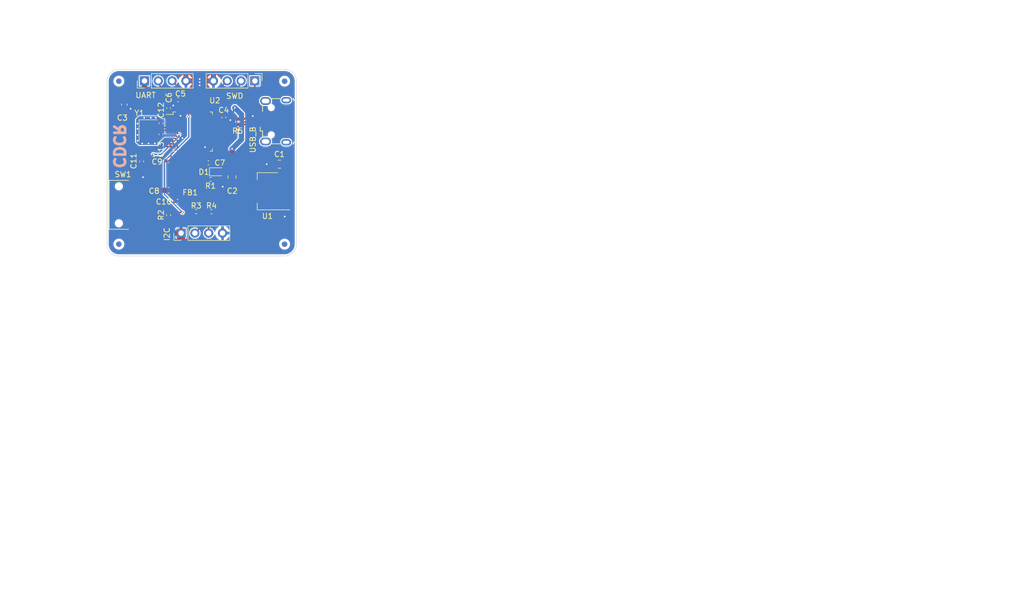
<source format=kicad_pcb>
(kicad_pcb (version 20211014) (generator pcbnew)
  (title_block (title "STM32F1C8T6 MCU"))
  (layers (0 "F.Cu" signal) (31 "B.Cu" power) (34 "B.Paste" user) (35 "F.Paste" user) (36 "B.SilkS" user "B.Silkscreen") (37 "F.SilkS" user "F.Silkscreen") (38 "B.Mask" user) (39 "F.Mask" user) (44 "Edge.Cuts" user))
  (net 0 "")
  (net 1 "VBUS")
  (net 2 "GND")
  (net 3 "+3V3")
  (net 4 "+3.3VA")
  (net 5 "/NRST")
  (net 6 "/HSE_IN")
  (net 7 "/HSE_OUT")
  (net 8 "Net-(D1-Pad1)")
  (net 9 "/I2C2_SCL")
  (net 10 "/I2C2_SDA")
  (net 11 "/SWDIO")
  (net 12 "/SWCLK")
  (net 13 "/USB_D-")
  (net 14 "/USB_D+")
  (net 16 "/SW_BOOT0")
  (net 17 "/BOOT0")
  (net 45 "/USART1_RX")
  (net 46 "/USART1_TX")
  (footprint "Capacitor_SMD:C_0402_1005Metric" (layer "F.Cu") (at 54.310728 55.439767 180)
    (fp_text reference "C9" (at 2.0932 -0.2138) (layer "F.SilkS") (effects (font (thickness 0.1524))))
    (fp_text value "1u")
    (pad "1" smd roundrect locked (at -0.48 0 180) (size 0.56 0.62) (layers "F.Cu" "F.Paste" "F.Mask") (net 4 "+3.3VA"))
    (pad "2" smd roundrect locked (at 0.48 0 180) (size 0.56 0.62) (layers "F.Cu" "F.Paste" "F.Mask") (net 2 "GND"))
  )
  (footprint "Capacitor_SMD:C_0402_1005Metric" (layer "F.Cu") (at 61.676728 55.846167 180)
    (fp_text reference "C7" (at -2.0854 0) (layer "F.SilkS") (effects (font (thickness 0.1524))))
    (fp_text value "100n")
    (pad "1" smd roundrect locked (at -0.48 0 180) (size 0.56 0.62) (layers "F.Cu" "F.Paste" "F.Mask") (net 3 "+3V3"))
    (pad "2" smd roundrect locked (at 0.48 0 180) (size 0.56 0.62) (layers "F.Cu" "F.Paste" "F.Mask") (net 2 "GND"))
  )
  (footprint "Capacitor_SMD:C_0805_2012Metric" (layer "F.Cu") (at 66.022728 58.447167 -90)
    (fp_text reference "C2" (at 2.5806 -0.0254) (layer "F.SilkS") (effects (font (thickness 0.1524))))
    (fp_text value "22u")
    (pad "1" smd roundrect locked (at -0.95 0 270) (size 1 1.45) (layers "F.Cu" "F.Paste" "F.Mask") (net 3 "+3V3"))
    (pad "2" smd roundrect locked (at 0.95 0 270) (size 1 1.45) (layers "F.Cu" "F.Paste" "F.Mask") (net 2 "GND"))
  )
  (footprint "Resistor_SMD:R_0402_1005Metric" (layer "F.Cu") (at 62.214728 64.837767 180)
    (fp_text reference "R4" (at -0.019994 1.110006) (layer "F.SilkS") (effects (font (thickness 0.1524))))
    (fp_text value "1k5")
    (pad "1" smd roundrect locked (at -0.51 0 180) (size 0.54 0.64) (layers "F.Cu" "F.Paste" "F.Mask") (net 3 "+3V3"))
    (pad "2" smd roundrect locked (at 0.51 0 180) (size 0.54 0.64) (layers "F.Cu" "F.Paste" "F.Mask") (net 10 "/I2C2_SDA"))
  )
  (footprint "CustomChristian:Fiducial_1mm_Mask2mm" (layer "F.Cu") (at 45.194728 40.834767)
    (fp_text reference "FID1" hide)
    (fp_text value "Fiducial" hide)
    (pad "" smd circle (at 0 0) (size 1 1) (layers "F.Cu" "F.Mask") (clearance 0.5))
    (pad "" smd circle (at 0 0) (size 1 1) (layers *.Mask "B.Cu") (clearance 0.5))
  )
  (footprint "Capacitor_SMD:C_0603_1608Metric" (layer "F.Cu") (at 54.351728 60.900767 180)
    (fp_text reference "C8" (at 2.68 -0.127) (layer "F.SilkS") (effects (font (thickness 0.1524))))
    (fp_text value "10n")
    (pad "1" smd roundrect locked (at -0.775 0 180) (size 0.9 0.95) (layers "F.Cu" "F.Paste" "F.Mask") (net 4 "+3.3VA"))
    (pad "2" smd roundrect locked (at 0.775 0 180) (size 0.9 0.95) (layers "F.Cu" "F.Paste" "F.Mask") (net 2 "GND"))
  )
  (footprint "Capacitor_SMD:C_0402_1005Metric" (layer "F.Cu") (at 55.989728 62.932767 180)
    (fp_text reference "C10" (at 2.54 -0.0762) (layer "F.SilkS") (effects (font (thickness 0.1524))))
    (fp_text value "1u")
    (pad "1" smd roundrect locked (at -0.48 0 180) (size 0.56 0.62) (layers "F.Cu" "F.Paste" "F.Mask") (net 3 "+3V3"))
    (pad "2" smd roundrect locked (at 0.48 0 180) (size 0.56 0.62) (layers "F.Cu" "F.Paste" "F.Mask") (net 2 "GND"))
  )
  (footprint "Crystal:Crystal_SMD_3225-4Pin_3.2x2.5mm" (layer "F.Cu") (at 50.567728 49.935767 -90)
    (fp_text reference "Y1" (at -3.250008 1.603996 -180) (layer "F.SilkS") (effects (font (thickness 0.1524))))
    (fp_text value "16MHz")
    (pad "1" smd rect locked (at -1.1 0.85 270) (size 1.4 1.2) (layers "F.Cu" "F.Paste" "F.Mask") (net 6 "/HSE_IN"))
    (pad "2" smd rect locked (at 1.1 0.85 270) (size 1.4 1.2) (layers "F.Cu" "F.Paste" "F.Mask") (net 2 "GND"))
    (pad "3" smd rect locked (at 1.1 -0.85 270) (size 1.4 1.2) (layers "F.Cu" "F.Paste" "F.Mask") (net 7 "/HSE_OUT"))
    (pad "4" smd rect locked (at -1.1 -0.85 270) (size 1.4 1.2) (layers "F.Cu" "F.Paste" "F.Mask") (net 2 "GND"))
  )
  (footprint "Capacitor_SMD:C_0402_1005Metric" (layer "F.Cu") (at 52.941728 50.613767 -90)
    (fp_text reference "C13" (at 2.794 0 -90) (layer "F.SilkS") (effects (font (thickness 0.1524))))
    (fp_text value "10p")
    (pad "1" smd roundrect locked (at -0.48 0 270) (size 0.56 0.62) (layers "F.Cu" "F.Paste" "F.Mask") (net 7 "/HSE_OUT"))
    (pad "2" smd roundrect locked (at 0.48 0 270) (size 0.56 0.62) (layers "F.Cu" "F.Paste" "F.Mask") (net 2 "GND"))
  )
  (footprint "Connector_PinHeader_2.54mm:PinHeader_1x04_P2.54mm_Vertical" (layer "F.Cu") (at 56.634728 68.774767 90)
    (fp_text reference "J2" hide)
    (fp_text value "Conn_01x04_Male" hide)
    (fp_text user "I2C" (at -0.2032 -2.6008 90 unlocked) (layer "F.SilkS") (effects (font (size 1.016 1.016) (thickness 0.1524))))
    (pad "1" thru_hole rect locked (at 0 0 90) (size 1.7 1.7) (drill 1) (layers *.Cu *.Mask) (net 3 "+3V3"))
    (pad "2" thru_hole oval locked (at 0 2.54 90) (size 1.7 1.7) (drill 1) (layers *.Cu *.Mask) (net 9 "/I2C2_SCL"))
    (pad "3" thru_hole oval locked (at 0 5.08 90) (size 1.7 1.7) (drill 1) (layers *.Cu *.Mask) (net 10 "/I2C2_SDA"))
    (pad "4" thru_hole oval locked (at 0 7.62 90) (size 1.7 1.7) (drill 1) (layers *.Cu *.Mask) (net 2 "GND"))
  )
  (footprint "CustomChristian:SW_JS102011SAQN" (layer "F.Cu") (at 45.194728 63.567767 -90)
    (fp_text reference "SW1" (at -5.588 -0.762 180) (layer "F.SilkS") (effects (font (size 1.000732 1.000732))))
    (fp_text value "SW_SPDT")
    (pad "" np_thru_hole circle (at 3.4 0 270) (size 1 1) (drill 1) (layers *.Cu *.Mask))
    (pad "" np_thru_hole circle (at -3.4 0 270) (size 1 1) (drill 1) (layers *.Cu *.Mask))
    (pad "1" smd rect (at -2.5 -2.75 270) (size 1.2 2.5) (layers "F.Cu" "F.Paste" "F.Mask") (net 2 "GND"))
    (pad "2" smd rect (at 0 -2.75 270) (size 1.2 2.5) (layers "F.Cu" "F.Paste" "F.Mask") (net 16 "/SW_BOOT0"))
    (pad "3" smd rect (at 2.5 -2.75 270) (size 1.2 2.5) (layers "F.Cu" "F.Paste" "F.Mask") (net 3 "+3V3"))
  )
  (footprint "Resistor_SMD:R_0402_1005Metric" (layer "F.Cu") (at 62.053728 58.915767 180)
    (fp_text reference "R1" (at 0.000004 -1.16999) (layer "F.SilkS") (effects (font (thickness 0.1524))))
    (fp_text value "1k5")
    (pad "1" smd roundrect locked (at -0.51 0 180) (size 0.54 0.64) (layers "F.Cu" "F.Paste" "F.Mask") (net 8 "Net-(D1-Pad1)"))
    (pad "2" smd roundrect locked (at 0.51 0 180) (size 0.54 0.64) (layers "F.Cu" "F.Paste" "F.Mask") (net 2 "GND"))
  )
  (footprint "Connector_PinHeader_2.54mm:PinHeader_1x04_P2.54mm_Vertical" (layer "F.Cu") (at 49.903728 40.783967 90)
    (fp_text reference "J1" hide)
    (fp_text value "Conn_01x04_Male" hide)
    (fp_text user "UART" (at -2.6416 0.2186 unlocked) (layer "F.SilkS") (effects (font (size 1.016 1.016) (thickness 0.1524))))
    (pad "1" thru_hole rect locked (at 0 0 90) (size 1.7 1.7) (drill 1) (layers *.Cu *.Mask) (net 3 "+3V3"))
    (pad "2" thru_hole oval locked (at 0 2.54 90) (size 1.7 1.7) (drill 1) (layers *.Cu *.Mask) (net 45 "/USART1_RX"))
    (pad "3" thru_hole oval locked (at 0 5.08 90) (size 1.7 1.7) (drill 1) (layers *.Cu *.Mask) (net 46 "/USART1_TX"))
    (pad "4" thru_hole oval locked (at 0 7.62 90) (size 1.7 1.7) (drill 1) (layers *.Cu *.Mask) (net 2 "GND"))
  )
  (footprint "Connector_PinHeader_2.54mm:PinHeader_1x04_P2.54mm_Vertical" (layer "F.Cu") (at 70.203728 40.783967 -90)
    (fp_text reference "J3" hide)
    (fp_text value "Conn_01x04_Male" hide)
    (fp_text user "SWD" (at 2.7686 3.6984 unlocked) (layer "F.SilkS") (effects (font (size 1.016 1.016) (thickness 0.1524))))
    (pad "1" thru_hole rect locked (at 0 0 270) (size 1.7 1.7) (drill 1) (layers *.Cu *.Mask) (net 3 "+3V3"))
    (pad "2" thru_hole oval locked (at 0 2.54 270) (size 1.7 1.7) (drill 1) (layers *.Cu *.Mask) (net 11 "/SWDIO"))
    (pad "3" thru_hole oval locked (at 0 5.08 270) (size 1.7 1.7) (drill 1) (layers *.Cu *.Mask) (net 12 "/SWCLK"))
    (pad "4" thru_hole oval locked (at 0 7.62 270) (size 1.7 1.7) (drill 1) (layers *.Cu *.Mask) (net 2 "GND"))
  )
  (footprint "Resistor_SMD:R_0402_1005Metric" (layer "F.Cu") (at 67.023728 48.295767 -90)
    (fp_text reference "R5" (at 1.683 -0.015 180) (layer "F.SilkS") (effects (font (thickness 0.1524))))
    (fp_text value "1k5")
    (pad "1" smd roundrect locked (at -0.51 0 270) (size 0.54 0.64) (layers "F.Cu" "F.Paste" "F.Mask") (net 3 "+3V3"))
    (pad "2" smd roundrect locked (at 0.51 0 270) (size 0.54 0.64) (layers "F.Cu" "F.Paste" "F.Mask") (net 14 "/USB_D+"))
  )
  (footprint "Capacitor_SMD:C_0402_1005Metric" (layer "F.Cu") (at 64.498728 47.514967 -90)
    (fp_text reference "C4" (at -1.3462 0.015011 180) (layer "F.SilkS") (effects (font (thickness 0.1524))))
    (fp_text value "100n")
    (pad "1" smd roundrect locked (at -0.48 0 270) (size 0.56 0.62) (layers "F.Cu" "F.Paste" "F.Mask") (net 3 "+3V3"))
    (pad "2" smd roundrect locked (at 0.48 0 270) (size 0.56 0.62) (layers "F.Cu" "F.Paste" "F.Mask") (net 2 "GND"))
  )
  (footprint "CustomChristian:Fiducial_1mm_Mask2mm" (layer "F.Cu") (at 75.674728 70.806767)
    (fp_text reference "FID4" hide)
    (fp_text value "Fiducial" hide)
    (pad "" smd circle (at 0 0) (size 1 1) (layers "F.Cu" "F.Mask") (clearance 0.5))
    (pad "" smd circle (at 0 0) (size 1 1) (layers *.Mask "B.Cu") (clearance 0.5))
  )
  (footprint "Package_QFP:LQFP-48_7x7mm_P0.5mm" (layer "F.Cu") (at 58.783728 50.105767)
    (fp_text reference "U2" (at 4.064 -5.715) (layer "F.SilkS"))
    (fp_text value "STM32F103C8T6")
    (pad "1" smd roundrect locked (at -4.1625 -2.75) (size 1.475 0.3) (layers "F.Cu" "F.Paste" "F.Mask") (net 3 "+3V3"))
    (pad "2" smd roundrect locked (at -4.1625 -2.25) (size 1.475 0.3) (layers "F.Cu" "F.Paste" "F.Mask"))
    (pad "3" smd roundrect locked (at -4.1625 -1.75) (size 1.475 0.3) (layers "F.Cu" "F.Paste" "F.Mask"))
    (pad "4" smd roundrect locked (at -4.1625 -1.25) (size 1.475 0.3) (layers "F.Cu" "F.Paste" "F.Mask"))
    (pad "5" smd roundrect locked (at -4.1625 -0.75) (size 1.475 0.3) (layers "F.Cu" "F.Paste" "F.Mask") (net 6 "/HSE_IN"))
    (pad "6" smd roundrect locked (at -4.1625 -0.25) (size 1.475 0.3) (layers "F.Cu" "F.Paste" "F.Mask") (net 7 "/HSE_OUT"))
    (pad "7" smd roundrect locked (at -4.1625 0.25) (size 1.475 0.3) (layers "F.Cu" "F.Paste" "F.Mask") (net 5 "/NRST"))
    (pad "8" smd roundrect locked (at -4.1625 0.75) (size 1.475 0.3) (layers "F.Cu" "F.Paste" "F.Mask") (net 2 "GND"))
    (pad "9" smd roundrect locked (at -4.1625 1.25) (size 1.475 0.3) (layers "F.Cu" "F.Paste" "F.Mask") (net 4 "+3.3VA"))
    (pad "10" smd roundrect locked (at -4.1625 1.75) (size 1.475 0.3) (layers "F.Cu" "F.Paste" "F.Mask"))
    (pad "11" smd roundrect locked (at -4.1625 2.25) (size 1.475 0.3) (layers "F.Cu" "F.Paste" "F.Mask"))
    (pad "12" smd roundrect locked (at -4.1625 2.75) (size 1.475 0.3) (layers "F.Cu" "F.Paste" "F.Mask"))
    (pad "13" smd roundrect locked (at -2.75 4.1625) (size 0.3 1.475) (layers "F.Cu" "F.Paste" "F.Mask"))
    (pad "14" smd roundrect locked (at -2.25 4.1625) (size 0.3 1.475) (layers "F.Cu" "F.Paste" "F.Mask"))
    (pad "15" smd roundrect locked (at -1.75 4.1625) (size 0.3 1.475) (layers "F.Cu" "F.Paste" "F.Mask"))
    (pad "16" smd roundrect locked (at -1.25 4.1625) (size 0.3 1.475) (layers "F.Cu" "F.Paste" "F.Mask"))
    (pad "17" smd roundrect locked (at -0.75 4.1625) (size 0.3 1.475) (layers "F.Cu" "F.Paste" "F.Mask"))
    (pad "18" smd roundrect locked (at -0.25 4.1625) (size 0.3 1.475) (layers "F.Cu" "F.Paste" "F.Mask"))
    (pad "19" smd roundrect locked (at 0.25 4.1625) (size 0.3 1.475) (layers "F.Cu" "F.Paste" "F.Mask"))
    (pad "20" smd roundrect locked (at 0.75 4.1625) (size 0.3 1.475) (layers "F.Cu" "F.Paste" "F.Mask"))
    (pad "21" smd roundrect locked (at 1.25 4.1625) (size 0.3 1.475) (layers "F.Cu" "F.Paste" "F.Mask") (net 9 "/I2C2_SCL"))
    (pad "22" smd roundrect locked (at 1.75 4.1625) (size 0.3 1.475) (layers "F.Cu" "F.Paste" "F.Mask") (net 10 "/I2C2_SDA"))
    (pad "23" smd roundrect locked (at 2.25 4.1625) (size 0.3 1.475) (layers "F.Cu" "F.Paste" "F.Mask") (net 2 "GND"))
    (pad "24" smd roundrect locked (at 2.75 4.1625) (size 0.3 1.475) (layers "F.Cu" "F.Paste" "F.Mask") (net 3 "+3V3"))
    (pad "25" smd roundrect locked (at 4.1625 2.75) (size 1.475 0.3) (layers "F.Cu" "F.Paste" "F.Mask"))
    (pad "26" smd roundrect locked (at 4.1625 2.25) (size 1.475 0.3) (layers "F.Cu" "F.Paste" "F.Mask"))
    (pad "27" smd roundrect locked (at 4.1625 1.75) (size 1.475 0.3) (layers "F.Cu" "F.Paste" "F.Mask"))
    (pad "28" smd roundrect locked (at 4.1625 1.25) (size 1.475 0.3) (layers "F.Cu" "F.Paste" "F.Mask"))
    (pad "29" smd roundrect locked (at 4.1625 0.75) (size 1.475 0.3) (layers "F.Cu" "F.Paste" "F.Mask"))
    (pad "30" smd roundrect locked (at 4.1625 0.25) (size 1.475 0.3) (layers "F.Cu" "F.Paste" "F.Mask"))
    (pad "31" smd roundrect locked (at 4.1625 -0.25) (size 1.475 0.3) (layers "F.Cu" "F.Paste" "F.Mask"))
    (pad "32" smd roundrect locked (at 4.1625 -0.75) (size 1.475 0.3) (layers "F.Cu" "F.Paste" "F.Mask") (net 13 "/USB_D-"))
    (pad "33" smd roundrect locked (at 4.1625 -1.25) (size 1.475 0.3) (layers "F.Cu" "F.Paste" "F.Mask") (net 14 "/USB_D+"))
    (pad "34" smd roundrect locked (at 4.1625 -1.75) (size 1.475 0.3) (layers "F.Cu" "F.Paste" "F.Mask") (net 11 "/SWDIO"))
    (pad "35" smd roundrect locked (at 4.1625 -2.25) (size 1.475 0.3) (layers "F.Cu" "F.Paste" "F.Mask") (net 2 "GND"))
    (pad "36" smd roundrect locked (at 4.1625 -2.75) (size 1.475 0.3) (layers "F.Cu" "F.Paste" "F.Mask") (net 3 "+3V3"))
    (pad "37" smd roundrect locked (at 2.75 -4.1625) (size 0.3 1.475) (layers "F.Cu" "F.Paste" "F.Mask") (net 12 "/SWCLK"))
    (pad "38" smd roundrect locked (at 2.25 -4.1625) (size 0.3 1.475) (layers "F.Cu" "F.Paste" "F.Mask"))
    (pad "39" smd roundrect locked (at 1.75 -4.1625) (size 0.3 1.475) (layers "F.Cu" "F.Paste" "F.Mask"))
    (pad "40" smd roundrect locked (at 1.25 -4.1625) (size 0.3 1.475) (layers "F.Cu" "F.Paste" "F.Mask"))
    (pad "41" smd roundrect locked (at 0.75 -4.1625) (size 0.3 1.475) (layers "F.Cu" "F.Paste" "F.Mask"))
    (pad "42" smd roundrect locked (at 0.25 -4.1625) (size 0.3 1.475) (layers "F.Cu" "F.Paste" "F.Mask") (net 46 "/USART1_TX"))
    (pad "43" smd roundrect locked (at -0.25 -4.1625) (size 0.3 1.475) (layers "F.Cu" "F.Paste" "F.Mask") (net 45 "/USART1_RX"))
    (pad "44" smd roundrect locked (at -0.75 -4.1625) (size 0.3 1.475) (layers "F.Cu" "F.Paste" "F.Mask") (net 17 "/BOOT0"))
    (pad "45" smd roundrect locked (at -1.25 -4.1625) (size 0.3 1.475) (layers "F.Cu" "F.Paste" "F.Mask"))
    (pad "46" smd roundrect locked (at -1.75 -4.1625) (size 0.3 1.475) (layers "F.Cu" "F.Paste" "F.Mask"))
    (pad "47" smd roundrect locked (at -2.25 -4.1625) (size 0.3 1.475) (layers "F.Cu" "F.Paste" "F.Mask") (net 2 "GND"))
    (pad "48" smd roundrect locked (at -2.75 -4.1625) (size 0.3 1.475) (layers "F.Cu" "F.Paste" "F.Mask") (net 3 "+3V3"))
  )
  (footprint "CustomChristian:Fiducial_1mm_Mask2mm" (layer "F.Cu") (at 45.194728 70.806767)
    (fp_text reference "FID3" hide)
    (fp_text value "Fiducial" hide)
    (pad "" smd circle (at 0 0) (size 1 1) (layers *.Mask "B.Cu") (clearance 0.5))
    (pad "" smd circle (at 0 0) (size 1 1) (layers "F.Cu" "F.Mask") (clearance 0.5))
  )
  (footprint "Package_TO_SOT_SMD:SOT-223-3_TabPin2" (layer "F.Cu") (at 72.550528 61.078567 180)
    (fp_text reference "U1" (at 0.0254 -4.572) (layer "F.SilkS") (effects (font (thickness 0.1524))))
    (fp_text value "AMS1117-3.3 (SOT223)")
    (pad "1" smd rect locked (at -3.15 -2.3 180) (size 2 1.5) (layers "F.Cu" "F.Paste" "F.Mask") (net 2 "GND"))
    (pad "2" smd rect locked (at 3.15 0 180) (size 2 3.8) (layers "F.Cu" "F.Paste" "F.Mask") (net 3 "+3V3"))
    (pad "2" smd rect locked (at -3.15 0 180) (size 2 1.5) (layers "F.Cu" "F.Paste" "F.Mask") (net 3 "+3V3"))
    (pad "3" smd rect locked (at -3.15 2.3 180) (size 2 1.5) (layers "F.Cu" "F.Paste" "F.Mask") (net 1 "VBUS"))
  )
  (footprint "Inductor_SMD:L_0201_0603Metric" (layer "F.Cu") (at 56.497728 61.281767 90)
    (fp_text reference "FB1" (at -0.0254 1.8034 180) (layer "F.SilkS") (effects (font (thickness 0.1524))))
    (fp_text value "120R")
    (pad "1" smd roundrect locked (at -0.32 0 90) (size 0.46 0.4) (layers "F.Cu" "F.Mask") (net 3 "+3V3"))
    (pad "2" smd roundrect locked (at 0.32 0 90) (size 0.46 0.4) (layers "F.Cu" "F.Mask") (net 4 "+3.3VA"))
  )
  (footprint "Resistor_SMD:R_0402_1005Metric" (layer "F.Cu") (at 54.338728 65.472767 90)
    (fp_text reference "R2" (at 0.015596 -1.378407 90) (layer "F.SilkS") (effects (font (thickness 0.1524))))
    (fp_text value "10k")
    (pad "1" smd roundrect locked (at -0.51 0 90) (size 0.54 0.64) (layers "F.Cu" "F.Paste" "F.Mask") (net 16 "/SW_BOOT0"))
    (pad "2" smd roundrect locked (at 0.51 0 90) (size 0.54 0.64) (layers "F.Cu" "F.Paste" "F.Mask") (net 17 "/BOOT0"))
  )
  (footprint "Resistor_SMD:R_0402_1005Metric" (layer "F.Cu") (at 59.420728 64.837767)
    (fp_text reference "R3" (at -0.002 -1.0922) (layer "F.SilkS") (effects (font (thickness 0.1524))))
    (fp_text value "1k5")
    (pad "1" smd roundrect locked (at -0.51 0) (size 0.54 0.64) (layers "F.Cu" "F.Paste" "F.Mask") (net 3 "+3V3"))
    (pad "2" smd roundrect locked (at 0.51 0) (size 0.54 0.64) (layers "F.Cu" "F.Paste" "F.Mask") (net 9 "/I2C2_SCL"))
  )
  (footprint "Capacitor_SMD:C_0603_1608Metric" (layer "F.Cu") (at 46.210728 45.139767 -90)
    (fp_text reference "C3" (at 2.426 0.381 180) (layer "F.SilkS") (effects (font (thickness 0.1524))))
    (fp_text value "10u")
    (pad "1" smd roundrect locked (at -0.775 0 270) (size 0.9 0.95) (layers "F.Cu" "F.Paste" "F.Mask") (net 3 "+3V3"))
    (pad "2" smd roundrect locked (at 0.775 0 270) (size 0.9 0.95) (layers "F.Cu" "F.Paste" "F.Mask") (net 2 "GND"))
  )
  (footprint "Capacitor_SMD:C_0805_2012Metric" (layer "F.Cu") (at 74.724728 56.100167 180)
    (fp_text reference "C1" (at -0.000406 1.831797) (layer "F.SilkS") (effects (font (thickness 0.1524))))
    (fp_text value "22u")
    (pad "1" smd roundrect locked (at -0.95 0 180) (size 1 1.45) (layers "F.Cu" "F.Paste" "F.Mask") (net 1 "VBUS"))
    (pad "2" smd roundrect locked (at 0.95 0 180) (size 1 1.45) (layers "F.Cu" "F.Paste" "F.Mask") (net 2 "GND"))
  )
  (footprint "Capacitor_SMD:C_0402_1005Metric" (layer "F.Cu") (at 49.385728 55.594767 -90)
    (fp_text reference "C11" (at -0.0534 1.4732 90) (layer "F.SilkS") (effects (font (thickness 0.1524))))
    (fp_text value "100n")
    (pad "1" smd roundrect locked (at -0.48 0 270) (size 0.56 0.62) (layers "F.Cu" "F.Paste" "F.Mask") (net 5 "/NRST"))
    (pad "2" smd roundrect locked (at 0.48 0 270) (size 0.56 0.62) (layers "F.Cu" "F.Paste" "F.Mask") (net 2 "GND"))
  )
  (footprint "Connector_USB:USB_Micro-B_Wuerth_629105150521" (layer "F.Cu") (at 74.023728 48.200767 90)
    (fp_text reference "J4" hide)
    (fp_text value "USB_B_Micro" hide)
    (fp_text user "USB_B" (at -3.4036 -4.191 90 unlocked) (layer "F.SilkS") (effects (font (size 1.016 1.016) (thickness 0.1524))))
    (pad "" np_thru_hole oval (at 2.5 -0.8 90) (size 0.8 0.8) (drill 0.8) (layers *.Cu *.Mask))
    (pad "" np_thru_hole oval (at -2.5 -0.8 90) (size 0.8 0.8) (drill 0.8) (layers *.Cu *.Mask))
    (pad "1" smd rect (at -1.3 -1.9 90) (size 0.45 1.3) (layers "F.Cu" "F.Paste" "F.Mask") (net 1 "VBUS"))
    (pad "2" smd rect (at -0.65 -1.9 90) (size 0.45 1.3) (layers "F.Cu" "F.Paste" "F.Mask") (net 13 "/USB_D-"))
    (pad "3" smd rect (at 0 -1.9 90) (size 0.45 1.3) (layers "F.Cu" "F.Paste" "F.Mask") (net 14 "/USB_D+"))
    (pad "4" smd rect (at 0.65 -1.9 90) (size 0.45 1.3) (layers "F.Cu" "F.Paste" "F.Mask"))
    (pad "5" smd rect (at 1.3 -1.9 90) (size 0.45 1.3) (layers "F.Cu" "F.Paste" "F.Mask") (net 2 "GND"))
    (pad "6" thru_hole oval (at 3.725 -1.85 90) (size 1.45 2) (drill oval 0.85 1.4) (layers *.Cu *.Mask))
    (pad "6" thru_hole oval (at -3.875 1.95 90) (size 1.15 1.8) (drill oval 0.55 1.2) (layers *.Cu *.Mask))
    (pad "6" thru_hole oval (at 3.875 1.95 90) (size 1.15 1.8) (drill oval 0.55 1.2) (layers *.Cu *.Mask))
    (pad "6" thru_hole oval (at -3.725 -1.85 90) (size 1.45 2) (drill oval 0.85 1.4) (layers *.Cu *.Mask))
  )
  (footprint "Capacitor_SMD:C_0402_1005Metric" (layer "F.Cu") (at 52.941728 48.581767 90)
    (fp_text reference "C12" (at 2.413 0 270) (layer "F.SilkS") (effects (font (size 1.016 1.016) (thickness 0.1524))))
    (fp_text value "10p")
    (pad "1" smd roundrect locked (at -0.48 0 90) (size 0.56 0.62) (layers "F.Cu" "F.Paste" "F.Mask") (net 6 "/HSE_IN"))
    (pad "2" smd roundrect locked (at 0.48 0 90) (size 0.56 0.62) (layers "F.Cu" "F.Paste" "F.Mask") (net 2 "GND"))
  )
  (footprint "LED_SMD:LED_0603_1608Metric" (layer "F.Cu") (at 63.330328 57.497167)
    (fp_text reference "D1" (at -2.4966 0.0386) (layer "F.SilkS"))
    (fp_text value "RED")
    (pad "1" smd roundrect locked (at -0.7875 0) (size 0.875 0.95) (layers "F.Cu" "F.Paste" "F.Mask") (net 8 "Net-(D1-Pad1)"))
    (pad "2" smd roundrect locked (at 0.7875 0) (size 0.875 0.95) (layers "F.Cu" "F.Paste" "F.Mask") (net 3 "+3V3"))
  )
  (footprint "Capacitor_SMD:C_0402_1005Metric" (layer "F.Cu") (at 56.091328 44.263767)
    (fp_text reference "C5" (at 0.4318 -1.1176) (layer "F.SilkS") (effects (font (thickness 0.1524))))
    (fp_text value "100n")
    (pad "1" smd roundrect locked (at -0.48 0) (size 0.56 0.62) (layers "F.Cu" "F.Paste" "F.Mask") (net 3 "+3V3"))
    (pad "2" smd roundrect locked (at 0.48 0) (size 0.56 0.62) (layers "F.Cu" "F.Paste" "F.Mask") (net 2 "GND"))
  )
  (footprint "Capacitor_SMD:C_0402_1005Metric" (layer "F.Cu") (at 54.338728 45.787767 90)
    (fp_text reference "C6" (at 1.9304 0.0508 270) (layer "F.SilkS") (effects (font (thickness 0.1524))))
    (fp_text value "100n")
    (pad "1" smd roundrect locked (at -0.48 0 90) (size 0.56 0.62) (layers "F.Cu" "F.Paste" "F.Mask") (net 3 "+3V3"))
    (pad "2" smd roundrect locked (at 0.48 0 90) (size 0.56 0.62) (layers "F.Cu" "F.Paste" "F.Mask") (net 2 "GND"))
  )
  (footprint "CustomChristian:Fiducial_1mm_Mask2mm" (layer "F.Cu") (at 75.674728 40.834767)
    (fp_text reference "FID2" hide)
    (fp_text value "Fiducial" hide)
    (pad "" smd circle (at 0 0) (size 1 1) (layers "F.Cu" "F.Mask") (clearance 0.5))
    (pad "" smd circle (at 0 0) (size 1 1) (layers *.Mask "B.Cu") (clearance 0.5))
  )
  (gr_arc (start 77.833728 70.806767) (mid 77.201372 72.333411) (end 75.674728 72.965767) (layer "Edge.Cuts") (width 0.1))
  (gr_line (start 43.035728 40.834767) (end 43.035728 70.806767) (layer "Edge.Cuts") (width 0.1))
  (gr_arc (start 43.035728 40.834767) (mid 43.668084 39.308123) (end 45.194728 38.675767) (layer "Edge.Cuts") (width 0.1))
  (gr_arc (start 75.674728 38.675767) (mid 77.201372 39.308123) (end 77.833728 40.834767) (layer "Edge.Cuts") (width 0.1))
  (gr_line (start 77.833728 70.806767) (end 77.833728 40.834767) (layer "Edge.Cuts") (width 0.1))
  (gr_arc (start 45.194728 72.965767) (mid 43.668084 72.333411) (end 43.035728 70.806767) (layer "Edge.Cuts") (width 0.1))
  (gr_line (start 45.194728 72.965767) (end 75.674728 72.965767) (layer "Edge.Cuts") (width 0.1))
  (gr_line (start 75.674728 38.675767) (end 45.194728 38.675767) (layer "Edge.Cuts") (width 0.1))
  (gr_text "CDCR" (at 45.245528 52.798167 270) (layer "B.SilkS") (effects (font (size 2 2) (thickness 0.5)) (justify mirror)))
  (segment (start 75.700528 56.125967) (end 75.674728 56.100167) (width 0.75) (layer "F.Cu") (net 1))
  (segment (start 70.361528 49.500767) (end 72.123728 49.500767) (width 0.25) (layer "F.Cu") (net 1))
  (segment (start 75.700528 58.778567) (end 75.700528 56.125967) (width 0.75) (layer "F.Cu") (net 1))
  (segment (start 75.674728 54.626967) (end 74.963528 53.915767) (width 0.25) (layer "F.Cu") (net 1))
  (segment (start 69.680328 50.181967) (end 70.361528 49.500767) (width 0.25) (layer "F.Cu") (net 1))
  (segment (start 75.674728 56.100167) (end 75.674728 54.626967) (width 0.25) (layer "F.Cu") (net 1))
  (segment (start 70.493128 53.915767) (end 69.680328 53.102967) (width 0.25) (layer "F.Cu") (net 1))
  (segment (start 69.680328 53.102967) (end 69.680328 50.181967) (width 0.25) (layer "F.Cu") (net 1))
  (segment (start 74.963528 53.915767) (end 70.493128 53.915767) (width 0.25) (layer "F.Cu") (net 1))
  (segment (start 48.623728 50.715367) (end 48.623728 51.782167) (width 0.5) (layer "F.Cu") (net 2))
  (segment (start 51.417728 47.565767) (end 51.062128 47.565767) (width 0.5) (layer "F.Cu") (net 2))
  (segment (start 53.576728 60.999767) (end 53.576728 60.900767) (width 0.25) (layer "F.Cu") (net 2))
  (segment (start 56.533728 45.943267) (end 56.533728 47.199567) (width 0.25) (layer "F.Cu") (net 2))
  (segment (start 52.941728 51.272437) (end 52.941728 51.093767) (width 0.25) (layer "F.Cu") (net 2))
  (segment (start 48.623728 47.980745) (end 48.623728 48.632567) (width 0.5) (layer "F.Cu") (net 2))
  (segment (start 54.621228 50.855767) (end 55.672928 50.855767) (width 0.2) (layer "F.Cu") (net 2))
  (segment (start 52.433728 47.565767) (end 51.976528 47.565767) (width 0.5) (layer "F.Cu") (net 2))
  (segment (start 64.295528 60.240367) (end 65.179528 60.240367) (width 0.5) (layer "F.Cu") (net 2))
  (segment (start 56.533728 44.301367) (end 56.571328 44.263767) (width 0.25) (layer "F.Cu") (net 2))
  (segment (start 55.980439 51.163278) (end 56.742439 51.163278) (width 0.2) (layer "F.Cu") (net 2))
  (segment (start 53.576728 55.693767) (end 53.830728 55.439767) (width 0.25) (layer "F.Cu") (net 2))
  (segment (start 50.655728 52.290167) (end 51.824128 52.290167) (width 0.5) (layer "F.Cu") (net 2))
  (segment (start 61.543728 59.393567) (end 62.390528 60.240367) (width 0.5) (layer "F.Cu") (net 2))
  (segment (start 61.543728 58.915767) (end 61.543728 59.393567) (width 0.5) (layer "F.Cu") (net 2))
  (segment (start 73.774728 56.100167) (end 72.372728 56.100167) (width 0.5) (layer "F.Cu") (net 2))
  (segment (start 53.576728 60.900767) (end 50.909728 60.900767) (width 0.5) (layer "F.Cu") (net 2))
  (segment (start 53.179728 50.855767) (end 52.941728 51.093767) (width 0.25) (layer "F.Cu") (net 2))
  (segment (start 47.944728 58.443767) (end 47.944728 61.067767) (width 0.5) (layer "F.Cu") (net 2))
  (segment (start 48.623728 49.597767) (end 48.623728 50.715367) (width 0.5) (layer "F.Cu") (net 2))
  (segment (start 47.944728 57.515767) (end 47.944728 58.443767) (width 0.5) (layer "F.Cu") (net 2))
  (segment (start 48.979328 52.290167) (end 49.487328 52.290167) (width 0.5) (layer "F.Cu") (net 2))
  (segment (start 49.717728 51.035767) (end 49.717728 52.059767) (width 0.25) (layer "F.Cu") (net 2))
  (segment (start 62.390528 60.240367) (end 64.295528 60.240367) (width 0.5) (layer "F.Cu") (net 2))
  (segment (start 51.824128 52.290167) (end 52.207608 52.290167) (width 0.5) (layer "F.Cu") (net 2))
  (segment (start 55.199728 45.307767) (end 55.202328 45.305167) (width 0.2) (layer "F.Cu") (net 2))
  (segment (start 62.946228 47.855767) (end 64.359528 47.855767) (width 0.25) (layer "F.Cu") (net 2))
  (segment (start 50.909728 60.900767) (end 50.742728 61.067767) (width 0.5) (layer "F.Cu") (net 2))
  (segment (start 52.332608 52.165167) (end 52.207608 52.290167) (width 0.25) (layer "F.Cu") (net 2))
  (segment (start 49.385728 56.074767) (end 47.944728 57.515767) (width 0.5) (layer "F.Cu") (net 2))
  (segment (start 65.179528 60.240367) (end 66.022728 59.397167) (width 0.5) (layer "F.Cu") (net 2))
  (segment (start 46.210728 45.914767) (end 47.353728 45.914767) (width 0.5) (layer "F.Cu") (net 2))
  (segment (start 61.033728 55.683167) (end 61.033728 54.268267) (width 0.25) (layer "F.Cu") (net 2))
  (segment (start 56.742439 51.163278) (end 56.878728 51.299567) (width 0.2) (layer "F.Cu") (net 2))
  (segment (start 65.702928 47.994967) (end 65.703728 47.995767) (width 0.2) (layer "F.Cu") (net 2))
  (segment (start 50.742728 61.067767) (end 47.944728 61.067767) (width 0.5) (layer "F.Cu") (net 2))
  (segment (start 52.941728 48.101767) (end 52.941728 48.073767) (width 0.25) (layer "F.Cu") (net 2))
  (segment (start 55.509728 62.932767) (end 53.576728 60.999767) (width 0.25) (layer "F.Cu") (net 2))
  (segment (start 48.623728 51.782167) (end 48.623728 51.934567) (width 0.5) (layer "F.Cu") (net 2))
  (segment (start 47.944728 58.443767) (end 47.988728 58.487767) (width 0.5) (layer "F.Cu") (net 2))
  (segment (start 64.359528 47.855767) (end 64.498728 47.994967) (width 0.25) (layer "F.Cu") (net 2))
  (segment (start 61.033728 54.268267) (end 61.033728 52.967767) (width 0.25) (layer "F.Cu") (net 2))
  (segment (start 55.672928 50.855767) (end 55.980439 51.163278) (width 0.2) (layer "F.Cu") (net 2))
  (segment (start 52.332608 51.881557) (end 52.332608 52.165167) (width 0.25) (layer "F.Cu") (net 2))
  (segment (start 49.487328 52.290167) (end 50.655728 52.290167) (width 0.5) (layer "F.Cu") (net 2))
  (segment (start 56.533728 45.943267) (end 56.533728 44.301367) (width 0.25) (layer "F.Cu") (net 2))
  (segment (start 54.621228 50.855767) (end 53.179728 50.855767) (width 0.25) (layer "F.Cu") (net 2))
  (segment (start 49.842928 47.565767) (end 49.038706 47.565767) (width 0.5) (layer "F.Cu") (net 2))
  (segment (start 53.576728 60.900767) (end 53.576728 55.693767) (width 0.25) (layer "F.Cu") (net 2))
  (segment (start 75.700528 65.726367) (end 75.700128 65.726767) (width 1) (layer "F.Cu") (net 2))
  (segment (start 49.038706 47.565767) (end 48.623728 47.980745) (width 0.5) (layer "F.Cu") (net 2))
  (segment (start 51.062128 47.565767) (end 49.842928 47.565767) (width 0.5) (layer "F.Cu") (net 2))
  (segment (start 54.338728 45.307767) (end 55.199728 45.307767) (width 0.2) (layer "F.Cu") (net 2))
  (segment (start 48.623728 48.632567) (end 48.623728 49.597767) (width 0.5) (layer "F.Cu") (net 2))
  (segment (start 70.192928 46.900767) (end 72.123728 46.900767) (width 0.2) (layer "F.Cu") (net 2))
  (segment (start 52.941728 48.073767) (end 52.433728 47.565767) (width 0.5) (layer "F.Cu") (net 2))
  (segment (start 51.976528 47.565767) (end 51.417728 47.565767) (width 0.5) (layer "F.Cu") (net 2))
  (segment (start 64.498728 47.994967) (end 65.702928 47.994967) (width 0.2) (layer "F.Cu") (net 2))
  (segment (start 69.832728 47.260967) (end 70.192928 46.900767) (width 0.2) (layer "F.Cu") (net 2))
  (segment (start 51.417728 48.835767) (end 51.417728 47.565767) (width 0.25) (layer "F.Cu") (net 2))
  (segment (start 61.033728 52.967767) (end 61.035728 52.965767) (width 0.25) (layer "F.Cu") (net 2))
  (segment (start 75.700528 63.378567) (end 75.700528 65.726367) (width 1) (layer "F.Cu") (net 2))
  (segment (start 49.717728 52.059767) (end 49.639728 52.137767) (width 0.25) (layer "F.Cu") (net 2))
  (segment (start 47.988728 58.487767) (end 49.639728 58.487767) (width 0.5) (layer "F.Cu") (net 2))
  (segment (start 48.623728 51.934567) (end 48.979328 52.290167) (width 0.5) (layer "F.Cu") (net 2))
  (segment (start 61.196728 55.846167) (end 61.033728 55.683167) (width 0.25) (layer "F.Cu") (net 2))
  (segment (start 52.332608 51.881557) (end 52.941728 51.272437) (width 0.25) (layer "F.Cu") (net 2))
  (via (at 55.202328 45.305167) (size 0.5) (drill 0.3) (layers "F.Cu" "B.Cu") (net 2))
  (via (at 60.053728 41.596767) (size 0.5) (drill 0.3) (layers "F.Cu" "B.Cu") (net 2))
  (via (at 72.372728 56.100167) (size 0.5) (drill 0.3) (layers "F.Cu" "B.Cu") (net 2))
  (via (at 60.053728 41.025267) (size 0.5) (drill 0.3) (layers "F.Cu" "B.Cu") (net 2))
  (via (at 61.035728 52.965767) (size 0.5) (drill 0.3) (layers "F.Cu" "B.Cu") (net 2))
  (via (at 47.353728 45.914767) (size 0.5) (drill 0.3) (layers "F.Cu" "B.Cu") (net 2))
  (via (at 48.623728 48.632567) (size 0.5) (drill 0.3) (layers "F.Cu" "B.Cu") (net 2))
  (via (at 60.053728 40.453767) (size 0.5) (drill 0.3) (layers "F.Cu" "B.Cu") (net 2))
  (via (at 75.700128 65.726767) (size 0.5) (drill 0.3) (layers "F.Cu" "B.Cu") (net 2))
  (via (at 56.533728 47.199567) (size 0.5) (drill 0.3) (layers "F.Cu" "B.Cu") (net 2))
  (via (at 49.842928 47.565767) (size 0.5) (drill 0.3) (layers "F.Cu" "B.Cu") (net 2))
  (via (at 48.623728 50.715367) (size 0.5) (drill 0.3) (layers "F.Cu" "B.Cu") (net 2))
  (via (at 65.703728 47.995767) (size 0.5) (drill 0.3) (layers "F.Cu" "B.Cu") (net 2))
  (via (at 56.878728 51.299567) (size 0.5) (drill 0.3) (layers "F.Cu" "B.Cu") (net 2))
  (via (at 51.824128 52.290167) (size 0.5) (drill 0.3) (layers "F.Cu" "B.Cu") (net 2))
  (via (at 50.655728 52.290167) (size 0.5) (drill 0.3) (layers "F.Cu" "B.Cu") (net 2))
  (via (at 69.832728 47.260967) (size 0.5) (drill 0.3) (layers "F.Cu" "B.Cu") (net 2))
  (via (at 51.976528 47.565767) (size 0.5) (drill 0.3) (layers "F.Cu" "B.Cu") (net 2))
  (via (at 49.639728 58.487767) (size 0.5) (drill 0.3) (layers "F.Cu" "B.Cu") (net 2))
  (via (at 48.623728 49.597767) (size 0.5) (drill 0.3) (layers "F.Cu" "B.Cu") (net 2))
  (via (at 49.487328 52.290167) (size 0.5) (drill 0.3) (layers "F.Cu" "B.Cu") (net 2))
  (via (at 51.062128 47.565767) (size 0.5) (drill 0.3) (layers "F.Cu" "B.Cu") (net 2))
  (via (at 64.295528 60.240367) (size 0.5) (drill 0.3) (layers "F.Cu" "B.Cu") (net 2))
  (via (at 48.623728 51.782167) (size 0.5) (drill 0.3) (layers "F.Cu" "B.Cu") (net 2))
  (segment (start 64.117828 57.090867) (end 62.873128 55.846167) (width 0.5) (layer "F.Cu") (net 3))
  (segment (start 55.611328 44.571167) (end 56.033728 44.993567) (width 0.25) (layer "F.Cu") (net 3))
  (segment (start 67.724528 71.568767) (end 57.078728 71.568767) (width 1.5) (layer "F.Cu") (net 3))
  (segment (start 49.903728 43.999767) (end 49.639728 44.263767) (width 1) (layer "F.Cu") (net 3))
  (segment (start 62.873128 55.846167) (end 62.156728 55.846167) (width 0.5) (layer "F.Cu") (net 3))
  (segment (start 62.017478 54.752017) (end 61.533728 54.268267) (width 0.25) (layer "F.Cu") (net 3))
  (segment (start 56.634728 67.113767) (end 56.634728 68.774767) (width 0.5) (layer "F.Cu") (net 3))
  (segment (start 69.400528 61.078567) (end 69.400528 59.173167) (width 1) (layer "F.Cu") (net 3))
  (segment (start 56.634728 71.124767) (end 56.634728 68.774767) (width 1.5) (layer "F.Cu") (net 3))
  (segment (start 70.203728 45.825767) (end 70.203728 40.783967) (width 0.25) (layer "F.Cu") (net 3))
  (segment (start 47.944728 68.222767) (end 47.944728 66.067767) (width 1) (layer "F.Cu") (net 3))
  (segment (start 55.709228 46.267767) (end 56.033728 45.943267) (width 0.25) (layer "F.Cu") (net 3))
  (segment (start 45.994248 44.263767) (end 46.972728 44.263767) (width 1) (layer "F.Cu") (net 3))
  (segment (start 57.078728 71.568767) (end 56.634728 71.124767) (width 1.5) (layer "F.Cu") (net 3))
  (segment (start 58.910728 64.837767) (end 56.634728 67.113767) (width 0.5) (layer "F.Cu") (net 3))
  (segment (start 69.400528 69.892767) (end 67.724528 71.568767) (width 1.5) (layer "F.Cu") (net 3))
  (segment (start 47.295706 66.067767) (end 43.950128 62.722189) (width 0.9) (layer "F.Cu") (net 3))
  (segment (start 64.498728 47.034967) (end 66.272928 47.034967) (width 0.25) (layer "F.Cu") (net 3))
  (segment (start 66.272928 45.986567) (end 66.272928 47.034967) (width 0.2) (layer "F.Cu") (net 3))
  (segment (start 58.275728 62.932767) (end 58.910728 63.567767) (width 0.5) (layer "F.Cu") (net 3))
  (segment (start 66.022728 57.497167) (end 64.117828 57.497167) (width 0.75) (layer "F.Cu") (net 3))
  (segment (start 64.498728 47.034967) (end 63.267028 47.034967) (width 0.25) (layer "F.Cu") (net 3))
  (segment (start 63.267028 47.034967) (end 62.946228 47.355767) (width 0.25) (layer "F.Cu") (net 3))
  (segment (start 62.156728 54.891267) (end 62.017478 54.752017) (width 0.25) (layer "F.Cu") (net 3))
  (segment (start 67.023728 47.785767) (end 68.283728 47.785767) (width 0.25) (layer "F.Cu") (net 3))
  (segment (start 69.400528 66.997167) (end 69.400528 69.892767) (width 1.5) (layer "F.Cu") (net 3))
  (segment (start 54.338728 47.073267) (end 54.338728 46.267767) (width 0.25) (layer "F.Cu") (net 3))
  (segment (start 47.944728 66.067767) (end 47.295706 66.067767) (width 0.9) (layer "F.Cu") (net 3))
  (segment (start 66.149728 64.837767) (end 68.309128 66.997167) (width 0.5) (layer "F.Cu") (net 3))
  (segment (start 58.910728 63.567767) (end 58.910728 64.837767) (width 0.5) (layer "F.Cu") (net 3))
  (segment (start 47.944728 68.222767) (end 48.496728 68.774767) (width 1) (layer "F.Cu") (net 3))
  (segment (start 62.724728 64.837767) (end 66.149728 64.837767) (width 0.5) (layer "F.Cu") (net 3))
  (segment (start 46.972728 44.263767) (end 49.639728 44.263767) (width 1) (layer "F.Cu") (net 3))
  (segment (start 54.338728 46.267767) (end 55.709228 46.267767) (width 0.25) (layer "F.Cu") (net 3))
  (segment (start 43.950128 46.463609) (end 46.04897 44.364767) (width 0.9) (layer "F.Cu") (net 3))
  (segment (start 49.903728 40.783967) (end 49.903728 43.999767) (width 1) (layer "F.Cu") (net 3))
  (segment (start 68.283728 47.785767) (end 70.223728 45.845767) (width 0.25) (layer "F.Cu") (net 3))
  (segment (start 55.611328 44.263767) (end 55.611328 44.571167) (width 0.25) (layer "F.Cu") (net 3))
  (segment (start 53.348128 44.263767) (end 55.611328 44.263767) (width 0.5) (layer "F.Cu") (net 3))
  (segment (start 69.400528 61.078567) (end 69.400528 66.997167) (width 1.5) (layer "F.Cu") (net 3))
  (segment (start 56.469728 62.932767) (end 58.275728 62.932767) (width 0.5) (layer "F.Cu") (net 3))
  (segment (start 66.272928 47.034967) (end 67.023728 47.785767) (width 0.25) (layer "F.Cu") (net 3))
  (segment (start 67.724528 57.497167) (end 66.022728 57.497167) (width 1) (layer "F.Cu") (net 3))
  (segment (start 56.469728 61.629767) (end 56.497728 61.601767) (width 0.2) (layer "F.Cu") (net 3))
  (segment (start 46.04897 44.364767) (end 46.210728 44.364767) (width 0.9) (layer "F.Cu") (net 3))
  (segment (start 56.469728 62.932767) (end 56.469728 61.629767) (width 0.2) (layer "F.Cu") (net 3))
  (segment (start 56.033728 44.993567) (end 56.033728 45.943267) (width 0.25) (layer "F.Cu") (net 3))
  (segment (start 66.022728 57.497167) (end 66.022728 53.280767) (width 1) (layer "F.Cu") (net 3))
  (segment (start 64.117828 57.497167) (end 64.117828 57.090867) (width 0.25) (layer "F.Cu") (net 3))
  (segment (start 50.858928 44.263767) (end 53.348128 44.263767) (width 0.5) (layer "F.Cu") (net 3))
  (segment (start 66.513728 45.745767) (end 66.272928 45.986567) (width 0.2) (layer "F.Cu") (net 3))
  (segment (start 70.223728 45.845767) (end 70.203728 45.825767) (width 0.25) (layer "F.Cu") (net 3))
  (segment (start 68.309128 66.997167) (end 69.400528 66.997167) (width 0.5) (layer "F.Cu") (net 3))
  (segment (start 69.400528 59.173167) (end 67.724528 57.497167) (width 1) (layer "F.Cu") (net 3))
  (segment (start 43.950128 62.722189) (end 43.950128 46.463609) (width 0.9) (layer "F.Cu") (net 3))
  (segment (start 49.639728 44.263767) (end 50.858928 44.263767) (width 1) (layer "F.Cu") (net 3))
  (segment (start 48.496728 68.774767) (end 56.634728 68.774767) (width 1) (layer "F.Cu") (net 3))
  (segment (start 54.621228 47.355767) (end 54.338728 47.073267) (width 0.25) (layer "F.Cu") (net 3))
  (segment (start 62.156728 55.846167) (end 62.156728 54.891267) (width 0.25) (layer "F.Cu") (net 3))
  (via (at 66.513728 45.745767) (size 0.5) (drill 0.3) (layers "F.Cu" "B.Cu") (net 3))
  (via (at 66.022728 53.280767) (size 0.5) (drill 0.3) (layers "F.Cu" "B.Cu") (net 3))
  (segment (start 67.724528 51.578967) (end 67.724528 46.956567) (width 1) (layer "B.Cu") (net 3))
  (segment (start 66.022728 53.280767) (end 67.724528 51.578967) (width 1) (layer "B.Cu") (net 3))
  (segment (start 67.724528 46.956567) (end 66.513728 45.745767) (width 1) (layer "B.Cu") (net 3))
  (segment (start 56.497728 60.961767) (end 55.187728 60.961767) (width 0.25) (layer "F.Cu") (net 4))
  (segment (start 55.964328 53.052167) (end 54.790728 54.225767) (width 0.2) (layer "F.Cu") (net 4))
  (segment (start 55.126728 60.900767) (end 54.790728 60.564767) (width 0.25) (layer "F.Cu") (net 4))
  (segment (start 54.790728 54.225767) (end 54.790728 55.439767) (width 0.2) (layer "F.Cu") (net 4))
  (segment (start 55.187728 60.961767) (end 55.126728 60.900767) (width 0.25) (layer "F.Cu") (net 4))
  (segment (start 54.790728 60.564767) (end 54.790728 55.439767) (width 0.25) (layer "F.Cu") (net 4))
  (segment (start 55.964328 52.781018) (end 55.964328 53.052167) (width 0.2) (layer "F.Cu") (net 4))
  (segment (start 55.963728 51.735767) (end 55.963728 52.780418) (width 0.2) (layer "F.Cu") (net 4))
  (segment (start 54.621228 51.355767) (end 55.583728 51.355767) (width 0.2) (layer "F.Cu") (net 4))
  (segment (start 55.963728 52.780418) (end 55.964328 52.781018) (width 0.2) (layer "F.Cu") (net 4))
  (segment (start 55.583728 51.355767) (end 55.963728 51.735767) (width 0.2) (layer "F.Cu") (net 4))
  (segment (start 49.385728 55.114767) (end 50.726728 55.114767) (width 0.25) (layer "F.Cu") (net 5))
  (segment (start 50.726728 55.114767) (end 51.544728 54.296767) (width 0.25) (layer "F.Cu") (net 5))
  (segment (start 55.985728 50.355767) (end 54.621228 50.355767) (width 0.25) (layer "F.Cu") (net 5))
  (segment (start 56.243728 50.613767) (end 55.985728 50.355767) (width 0.25) (layer "F.Cu") (net 5))
  (via (at 56.243728 50.613767) (size 0.5) (drill 0.3) (layers "F.Cu" "B.Cu") (net 5))
  (via (at 51.544728 54.296767) (size 0.5) (drill 0.3) (layers "F.Cu" "B.Cu") (net 5))
  (segment (start 56.243728 51.019173) (end 56.243728 50.613767) (width 0.25) (layer "B.Cu") (net 5))
  (segment (start 51.544728 54.296767) (end 52.966134 54.296767) (width 0.25) (layer "B.Cu") (net 5))
  (segment (start 52.966134 54.296767) (end 56.243728 51.019173) (width 0.25) (layer "B.Cu") (net 5))
  (segment (start 50.401728 50.011256) (end 49.717728 49.327256) (width 0.25) (layer "F.Cu") (net 6))
  (segment (start 52.941728 49.089767) (end 52.020239 50.011256) (width 0.25) (layer "F.Cu") (net 6))
  (segment (start 52.020239 50.011256) (end 50.401728 50.011256) (width 0.25) (layer "F.Cu") (net 6))
  (segment (start 49.717728 48.835767) (end 49.717728 49.421767) (width 0.25) (layer "F.Cu") (net 6))
  (segment (start 53.235728 49.355767) (end 52.941728 49.061767) (width 0.25) (layer "F.Cu") (net 6))
  (segment (start 49.717728 49.327256) (end 49.717728 48.835767) (width 0.25) (layer "F.Cu") (net 6))
  (segment (start 52.941728 49.061767) (end 52.941728 49.089767) (width 0.25) (layer "F.Cu") (net 6))
  (segment (start 54.621228 49.355767) (end 53.235728 49.355767) (width 0.25) (layer "F.Cu") (net 6))
  (segment (start 52.039728 51.035767) (end 51.417728 51.035767) (width 0.25) (layer "F.Cu") (net 7))
  (segment (start 52.941728 50.133767) (end 52.586248 50.489247) (width 0.25) (layer "F.Cu") (net 7))
  (segment (start 52.579318 50.489247) (end 52.307208 50.761357) (width 0.25) (layer "F.Cu") (net 7))
  (segment (start 54.621228 49.855767) (end 53.219728 49.855767) (width 0.25) (layer "F.Cu") (net 7))
  (segment (start 53.219728 49.855767) (end 52.941728 50.133767) (width 0.25) (layer "F.Cu") (net 7))
  (segment (start 52.307208 50.768287) (end 52.039728 51.035767) (width 0.25) (layer "F.Cu") (net 7))
  (segment (start 52.586248 50.489247) (end 52.579318 50.489247) (width 0.25) (layer "F.Cu") (net 7))
  (segment (start 52.307208 50.761357) (end 52.307208 50.768287) (width 0.25) (layer "F.Cu") (net 7))
  (segment (start 62.542828 58.894867) (end 62.563728 58.915767) (width 0.25) (layer "F.Cu") (net 8))
  (segment (start 62.542828 57.497167) (end 62.542828 58.894867) (width 0.25) (layer "F.Cu") (net 8))
  (segment (start 60.033728 64.734767) (end 60.033728 54.268267) (width 0.25) (layer "F.Cu") (net 9))
  (segment (start 59.930728 68.018767) (end 59.930728 64.837767) (width 0.25) (layer "F.Cu") (net 9))
  (segment (start 59.930728 64.837767) (end 60.033728 64.734767) (width 0.25) (layer "F.Cu") (net 9))
  (segment (start 59.174728 68.774767) (end 59.930728 68.018767) (width 0.25) (layer "F.Cu") (net 9))
  (segment (start 61.714728 64.847767) (end 61.704728 64.837767) (width 0.25) (layer "F.Cu") (net 10))
  (segment (start 61.714728 68.774767) (end 61.714728 64.847767) (width 0.25) (layer "F.Cu") (net 10))
  (segment (start 60.508248 63.641287) (end 60.508248 54.293747) (width 0.25) (layer "F.Cu") (net 10))
  (segment (start 61.704728 64.837767) (end 60.508248 63.641287) (width 0.25) (layer "F.Cu") (net 10))
  (segment (start 60.508248 54.293747) (end 60.533728 54.268267) (width 0.25) (layer "F.Cu") (net 10))
  (segment (start 62.053728 48.355767) (end 62.946228 48.355767) (width 0.25) (layer "F.Cu") (net 11))
  (segment (start 67.663728 40.783967) (end 67.663728 41.335761) (width 0.25) (layer "F.Cu") (net 11))
  (segment (start 67.663728 41.335761) (end 61.743728 47.255761) (width 0.25) (layer "F.Cu") (net 11))
  (segment (start 61.743728 47.255761) (end 61.743728 48.045767) (width 0.25) (layer "F.Cu") (net 11))
  (segment (start 61.743728 48.045767) (end 62.053728 48.355767) (width 0.25) (layer "F.Cu") (net 11))
  (segment (start 61.543728 45.933267) (end 61.533728 45.943267) (width 0.25) (layer "F.Cu") (net 12))
  (segment (start 65.123728 40.783967) (end 61.543728 44.363967) (width 0.25) (layer "F.Cu") (net 12))
  (segment (start 61.543728 44.363967) (end 61.543728 45.933267) (width 0.25) (layer "F.Cu") (net 12))
  (segment (start 64.933728 49.355767) (end 62.946228 49.355767) (width 0.2) (layer "F.Cu") (net 13))
  (segment (start 65.023728 49.445767) (end 64.933728 49.355767) (width 0.2) (layer "F.Cu") (net 13))
  (segment (start 72.123728 48.850767) (end 71.028728 48.850767) (width 0.2) (layer "F.Cu") (net 13))
  (segment (start 67.666134 49.445767) (end 65.023728 49.445767) (width 0.2) (layer "F.Cu") (net 13))
  (segment (start 70.933728 48.755767) (end 68.356134 48.755767) (width 0.2) (layer "F.Cu") (net 13))
  (segment (start 71.028728 48.850767) (end 70.933728 48.755767) (width 0.2) (layer "F.Cu") (net 13))
  (segment (start 68.356134 48.755767) (end 67.666134 49.445767) (width 0.2) (layer "F.Cu") (net 13))
  (segment (start 62.956228 48.845767) (end 62.946228 48.855767) (width 0.2) (layer "F.Cu") (net 14))
  (segment (start 71.098728 48.200767) (end 70.943248 48.356247) (width 0.2) (layer "F.Cu") (net 14))
  (segment (start 72.123728 48.200767) (end 71.098728 48.200767) (width 0.2) (layer "F.Cu") (net 14))
  (segment (start 70.943248 48.356247) (end 68.190647 48.356248) (width 0.2) (layer "F.Cu") (net 14))
  (segment (start 68.190647 48.356248) (end 67.698212 48.848683) (width 0.2) (layer "F.Cu") (net 14))
  (segment (start 67.698212 48.848683) (end 66.315044 48.848683) (width 0.2) (layer "F.Cu") (net 14))
  (segment (start 66.312128 48.845767) (end 62.956228 48.845767) (width 0.2) (layer "F.Cu") (net 14))
  (segment (start 66.315044 48.848683) (end 66.312128 48.845767) (width 0.2) (layer "F.Cu") (net 14))
  (segment (start 51.927728 65.982767) (end 54.338728 65.982767) (width 0.25) (layer "F.Cu") (net 16))
  (segment (start 49.512728 63.567767) (end 51.927728 65.982767) (width 0.25) (layer "F.Cu") (net 16))
  (segment (start 47.944728 63.567767) (end 49.512728 63.567767) (width 0.25) (layer "F.Cu") (net 16))
  (segment (start 54.338728 64.962767) (end 56.368728 64.962767) (width 0.25) (layer "F.Cu") (net 17))
  (segment (start 56.368728 64.962767) (end 56.370728 64.964767) (width 0.25) (layer "F.Cu") (net 17))
  (segment (start 56.370728 64.964767) (end 56.878728 64.964767) (width 0.25) (layer "F.Cu") (net 17))
  (segment (start 58.033728 45.943267) (end 58.033728 47.323767) (width 0.2) (layer "F.Cu") (net 17))
  (segment (start 58.033728 47.323767) (end 58.047128 47.337167) (width 0.2) (layer "F.Cu") (net 17))
  (via (at 56.878728 64.964767) (size 0.5) (drill 0.3) (layers "F.Cu" "B.Cu") (net 17))
  (via (at 58.047128 47.337167) (size 0.5) (drill 0.3) (layers "F.Cu" "B.Cu") (net 17))
  (segment (start 53.576728 61.662767) (end 53.576728 55.566767) (width 0.25) (layer "B.Cu") (net 17))
  (segment (start 58.059228 51.084267) (end 58.059228 47.349267) (width 0.25) (layer "B.Cu") (net 17))
  (segment (start 56.878728 64.964767) (end 53.576728 61.662767) (width 0.25) (layer "B.Cu") (net 17))
  (segment (start 58.059228 47.349267) (end 58.047128 47.337167) (width 0.25) (layer "B.Cu") (net 17))
  (segment (start 53.576728 55.566767) (end 58.059228 51.084267) (width 0.25) (layer "B.Cu") (net 17))
  (segment (start 53.424328 42.333367) (end 52.443728 41.352767) (width 0.25) (layer "F.Cu") (net 45))
  (segment (start 56.625446 43.095367) (end 55.863446 42.333367) (width 0.25) (layer "F.Cu") (net 45))
  (segment (start 52.443728 41.352767) (end 52.443728 40.783967) (width 0.25) (layer "F.Cu") (net 45))
  (segment (start 55.863446 42.333367) (end 53.424328 42.333367) (width 0.25) (layer "F.Cu") (net 45))
  (segment (start 58.533728 43.810567) (end 57.818528 43.095367) (width 0.25) (layer "F.Cu") (net 45))
  (segment (start 57.818528 43.095367) (end 56.625446 43.095367) (width 0.25) (layer "F.Cu") (net 45))
  (segment (start 58.533728 45.943267) (end 58.533728 43.810567) (width 0.25) (layer "F.Cu") (net 45))
  (segment (start 56.741728 42.561967) (end 58.351928 42.561967) (width 0.25) (layer "F.Cu") (net 46))
  (segment (start 58.351928 42.561967) (end 59.033728 43.243767) (width 0.25) (layer "F.Cu") (net 46))
  (segment (start 56.741728 42.541967) (end 54.983728 40.783967) (width 0.25) (layer "F.Cu") (net 46))
  (segment (start 56.741728 42.561967) (end 56.741728 42.541967) (width 0.25) (layer "F.Cu") (net 46))
  (segment (start 59.033728 43.243767) (end 59.033728 45.943267) (width 0.25) (layer "F.Cu") (net 46))
  (zone (net 3) (net_name "+3V3") (layer "F.Cu") (connect_pads yes (clearance 0)) (min_thickness 0.254) (fill yes (thermal_gap 0.508) (thermal_bridge_width 0.508))
    (polygon (pts (xy 72.372728 60.138767) (xy 76.817728 60.138767) (xy 76.817728 62.043767) (xy 72.372728 62.043767) (xy 70.467728 63.186767) (xy 68.181728 63.186767) (xy 68.181728 58.995767) (xy 70.594728 58.995767)))
  )
  (zone (net 2) (net_name "GND") (layer "F.Cu") (connect_pads (clearance 0)) (min_thickness 0.254) (fill yes (thermal_gap 0.4) (thermal_bridge_width 0.9))
    (polygon (pts (xy 63.863728 41.088767) (xy 63.482728 41.977767) (xy 56.243728 41.977767) (xy 56.243728 39.056767) (xy 63.863728 39.056767)))
  )
  (zone (net 2) (net_name "GND") (layer "B.Cu") (name "CLK_GND") (connect_pads (clearance 0)) (min_thickness 0.254) (fill yes (thermal_gap 0.508) (thermal_bridge_width 0.508))
    (polygon (pts (xy 80.754728 75.505767) (xy 41.003783 75.649369) (xy 40.876783 36.787369) (xy 80.373728 36.516767)))
  )
  (zone (net 0) (net_name "") (layer "B.Cu") (connect_pads (clearance 0)) (min_thickness 0.254)
    (keepout (tracks allowed) (vias allowed) (pads allowed) (copperpour not_allowed) (footprints allowed))
    (fill (thermal_gap 0.508) (thermal_bridge_width 0.508))
    (polygon (pts (xy 53.144928 47.692767) (xy 53.703728 47.692767) (xy 53.703728 50.435967) (xy 55.430928 50.435967) (xy 55.430928 50.588367) (xy 53.551328 50.588367) (xy 53.551328 47.794367) (xy 53.043328 47.794367) (xy 52.535328 47.286367) (xy 48.877728 47.286367) (xy 48.369728 47.845167) (xy 48.369728 52.061567) (xy 48.877728 52.518767) (xy 52.332128 52.518767) (xy 52.484528 52.366367) (xy 52.484528 52.061567) (xy 53.551328 51.045567) (xy 55.888128 51.045567) (xy 55.862728 51.223367) (xy 53.576728 51.223367) (xy 52.738528 52.061567) (xy 52.687728 52.112367) (xy 52.687728 52.366367) (xy 52.382928 52.721967) (xy 48.877728 52.772767) (xy 48.166528 52.112367) (xy 48.166528 47.845167) (xy 48.776128 47.184767) (xy 48.826928 47.133967) (xy 52.586128 47.133967)))
  )
  (zone (net 2) (net_name "GND") (layer "B.Cu") (name "CLK_GND") (connect_pads (clearance 0)) (min_thickness 0.254) (fill yes (thermal_gap 0.508) (thermal_bridge_width 0.508))
    (polygon (pts (xy 53.043328 47.819767) (xy 53.551328 47.819767) (xy 53.551328 50.613767) (xy 55.888128 50.613767) (xy 55.888128 51.070967) (xy 53.551328 51.070967) (xy 52.484528 52.086967) (xy 52.484528 52.391767) (xy 52.332128 52.544167) (xy 48.877728 52.544167) (xy 48.369728 52.086967) (xy 48.369728 47.870567) (xy 48.877728 47.311767) (xy 52.535328 47.311767)))
  )
)
</source>
